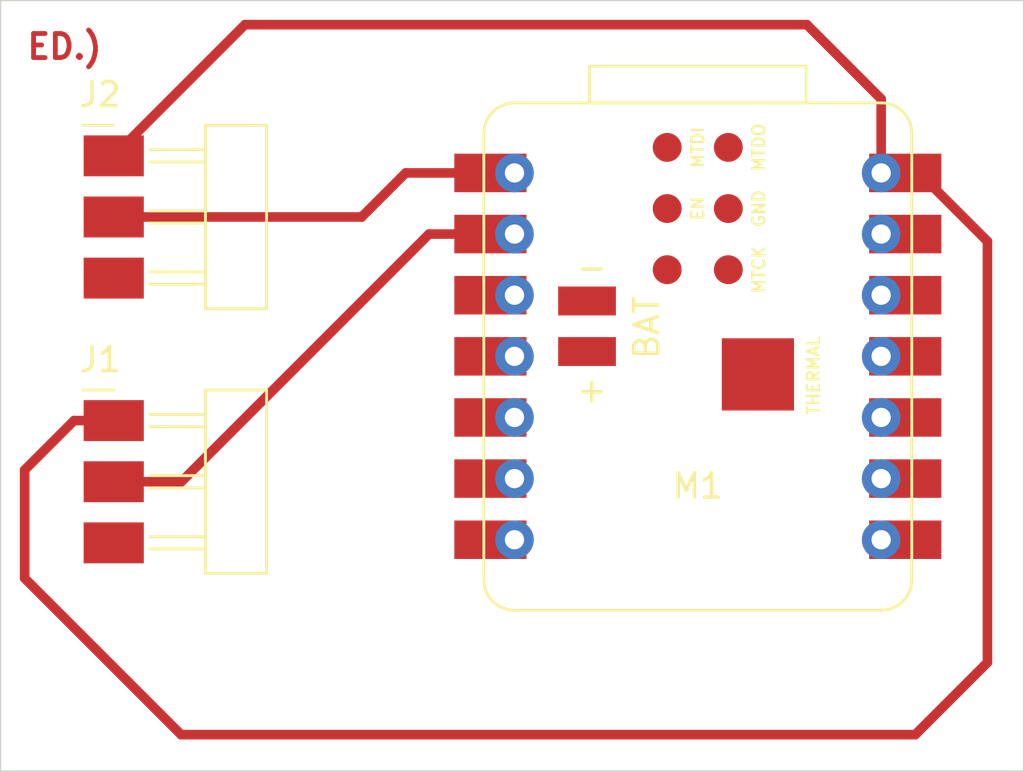
<source format=kicad_pcb>
(kicad_pcb (version 20241229) (generator "pcbnew") (generator_version "9.0")
  (layers (0 "F.Cu" signal) (2 "B.Cu" signal) (13 "F.Paste" user) (15 "B.Paste" user) (5 "F.SilkS" user "F.Silkscreen") (7 "B.SilkS" user "B.Silkscreen") (1 "F.Mask" user) (3 "B.Mask" user) (25 "Edge.Cuts" user))
  (net 0 "")
  (net 1 "GND")
  (net 2 "pwm")
  (net 3 "5V")
  (footprint "fab:PinHeader_01x03_P2.54mm_Horizontal_SMD" (layer "F.Cu") (at 119.2 70.45)
    (property "Reference" "J2" (at -1.524 -2.54 180) (layer "F.SilkS") (effects (justify left)))
    (property "Value" "PinHeader_01x03_P2.54mm_Horizontal_SMD" (hide yes))
    (fp_line (start -1.27 -1.27) (end 0 -1.27) (stroke (width 0.12)) (layer "F.SilkS"))
    (fp_line (start 3.81 -1.27) (end 6.35 -1.27) (stroke (width 0.12)) (layer "F.SilkS"))
    (fp_line (start 3.81 -0.254) (end 1.5 -0.254) (stroke (width 0.12)) (layer "F.SilkS"))
    (fp_line (start 3.81 0.254) (end 1.5 0.254) (stroke (width 0.12)) (layer "F.SilkS"))
    (fp_line (start 3.81 2.286) (end 1.5 2.286) (stroke (width 0.12)) (layer "F.SilkS"))
    (fp_line (start 3.81 2.794) (end 1.5 2.794) (stroke (width 0.12)) (layer "F.SilkS"))
    (fp_line (start 3.81 4.826) (end 1.5 4.826) (stroke (width 0.12)) (layer "F.SilkS"))
    (fp_line (start 3.81 5.334) (end 1.5 5.334) (stroke (width 0.12)) (layer "F.SilkS"))
    (fp_line (start 3.81 6.35) (end 3.81 -1.27) (stroke (width 0.12)) (layer "F.SilkS"))
    (fp_line (start 6.35 -1.27) (end 6.35 6.35) (stroke (width 0.12)) (layer "F.SilkS"))
    (fp_line (start 6.35 6.35) (end 3.81 6.35) (stroke (width 0.12)) (layer "F.SilkS"))
    (pad "1" smd rect (at 0 0) (size 2.5 1.7) (layers "F.Cu" "F.Mask" "F.Paste") (net 3 "5V"))
    (pad "2" smd rect (at 0 2.54) (size 2.5 1.7) (layers "F.Cu" "F.Mask" "F.Paste") (net 2 "pwm"))
    (pad "3" smd rect (at 0 5.08) (size 2.5 1.7) (layers "F.Cu" "F.Mask" "F.Paste") (net 1 "GND"))
  )
  (footprint "fab:SeeedStudio_XIAO_ESP32C3" (layer "F.Cu") (at 143.465 78.78)
    (property "Reference" "M1" (at 0 5.39 0) (layer "F.SilkS"))
    (property "Value" "Module_XIAO-ESP32C3" (hide yes))
    (fp_line (start -8.8875 9.281) (end -8.8875 -9.261) (stroke (width 0.12)) (layer "F.SilkS"))
    (fp_line (start -7.6175 -10.531) (end 7.6225 -10.531) (stroke (width 0.12)) (layer "F.SilkS"))
    (fp_line (start 7.6225 10.551) (end -7.6175 10.551) (stroke (width 0.12)) (layer "F.SilkS"))
    (fp_line (start 8.8925 -9.261) (end 8.8925 9.281) (stroke (width 0.12)) (layer "F.SilkS"))
    (fp_rect (start -4.4975 -10.531) (end 4.5025 -12.055) (stroke (width 0.12)) (fill no) (layer "F.SilkS"))
    (fp_arc (start -8.8875 -9.261) (mid -8.515526 -10.159026) (end -7.6175 -10.531) (stroke (width 0.12)) (layer "F.SilkS"))
    (fp_arc (start -7.6175 10.551) (mid -8.515526 10.179026) (end -8.8875 9.281) (stroke (width 0.12)) (layer "F.SilkS"))
    (fp_arc (start 7.6225 -10.531) (mid 8.520526 -10.159026) (end 8.8925 -9.261) (stroke (width 0.12)) (layer "F.SilkS"))
    (fp_arc (start 8.8925 9.281) (mid 8.520526 10.179026) (end 7.6225 10.551) (stroke (width 0.12)) (layer "F.SilkS"))
    (fp_text user "-" (at -4.4 -3.7 0) (layer "F.SilkS"))
    (fp_text user "+" (at -4.4 1.4 0) (layer "F.SilkS"))
    (fp_text user "GND" (at 2.54 -6.14 90) (layer "F.SilkS") (effects (font (size 0.5 0.5) (thickness 0.1) (bold yes))))
    (fp_text user "BAT" (at -2.7 -1.2 90) (layer "F.SilkS") (effects (justify top)))
    (fp_text user "MTCK" (at 2.54 -3.6 90) (layer "F.SilkS") (effects (font (size 0.5 0.5) (thickness 0.1) (bold yes))))
    (fp_text user "EN" (at 0 -6.14 90) (layer "F.SilkS") (effects (font (size 0.5 0.5) (thickness 0.1) (bold yes))))
    (fp_text user "MTDI" (at 0 -8.68 90) (layer "F.SilkS") (effects (font (size 0.5 0.5) (thickness 0.1) (bold yes))))
    (fp_text user "MTDO" (at 2.54 -8.68 90) (layer "F.SilkS") (effects (font (size 0.5 0.5) (thickness 0.1) (bold yes))))
    (fp_text user "THERMAL" (at 4.8 0.8 90) (layer "F.SilkS") (effects (font (size 0.5 0.5) (thickness 0.1) (bold yes))))
    (pad "1" thru_hole circle (at -7.615 -7.62) (size 1.6 1.6) (drill 0.8) (layers "*.Cu" "*.Mask") (net 2 "pwm"))
    (pad "1" smd rect (at -7.615 -7.62) (size 3 1.6) (drill (offset -1 0)) (layers "F.Cu" "F.Mask" "F.Paste") (net 2 "pwm"))
    (pad "2" thru_hole circle (at -7.615 -5.08) (size 1.6 1.6) (drill 0.8) (layers "*.Cu" "*.Mask") (net 2 "pwm"))
    (pad "2" smd rect (at -7.615 -5.08) (size 3 1.6) (drill (offset -1 0)) (layers "F.Cu" "F.Mask" "F.Paste") (net 2 "pwm"))
    (pad "3" thru_hole circle (at -7.615 -2.54) (size 1.6 1.6) (drill 0.8) (layers "*.Cu" "*.Mask"))
    (pad "3" smd rect (at -7.615 -2.54) (size 3 1.6) (drill (offset -1 0)) (layers "F.Cu" "F.Mask" "F.Paste"))
    (pad "4" thru_hole circle (at -7.615 0) (size 1.6 1.6) (drill 0.8) (layers "*.Cu" "*.Mask"))
    (pad "4" smd rect (at -7.615 0) (size 3 1.6) (drill (offset -1 0)) (layers "F.Cu" "F.Mask" "F.Paste"))
    (pad "5" thru_hole circle (at -7.615 2.54) (size 1.6 1.6) (drill 0.8) (layers "*.Cu" "*.Mask"))
    (pad "5" smd rect (at -7.615 2.54) (size 3 1.6) (drill (offset -1 0)) (layers "F.Cu" "F.Mask" "F.Paste"))
    (pad "6" thru_hole circle (at -7.615 5.08) (size 1.6 1.6) (drill 0.8) (layers "*.Cu" "*.Mask"))
    (pad "6" smd rect (at -7.615 5.08) (size 3 1.6) (drill (offset -1 0)) (layers "F.Cu" "F.Mask" "F.Paste"))
    (pad "7" thru_hole circle (at -7.615 7.62) (size 1.6 1.6) (drill 0.8) (layers "*.Cu" "*.Mask"))
    (pad "7" smd rect (at -7.615 7.62) (size 3 1.6) (drill (offset -1 0)) (layers "F.Cu" "F.Mask" "F.Paste"))
    (pad "8" thru_hole circle (at 7.62 7.62) (size 1.6 1.6) (drill 0.8) (layers "*.Cu" "*.Mask"))
    (pad "8" smd rect (at 7.62 7.62) (size 3 1.6) (drill (offset 1 0)) (layers "F.Cu" "F.Mask" "F.Paste"))
    (pad "9" thru_hole circle (at 7.62 5.08) (size 1.6 1.6) (drill 0.8) (layers "*.Cu" "*.Mask"))
    (pad "9" smd rect (at 7.62 5.08) (size 3 1.6) (drill (offset 1 0)) (layers "F.Cu" "F.Mask" "F.Paste"))
    (pad "10" thru_hole circle (at 7.62 2.54) (size 1.6 1.6) (drill 0.8) (layers "*.Cu" "*.Mask"))
    (pad "10" smd rect (at 7.62 2.54) (size 3 1.6) (drill (offset 1 0)) (layers "F.Cu" "F.Mask" "F.Paste"))
    (pad "11" thru_hole circle (at 7.62 0) (size 1.6 1.6) (drill 0.8) (layers "*.Cu" "*.Mask"))
    (pad "11" smd rect (at 7.62 0) (size 3 1.6) (drill (offset 1 0)) (layers "F.Cu" "F.Mask" "F.Paste"))
    (pad "12" thru_hole circle (at 7.62 -2.54) (size 1.6 1.6) (drill 0.8) (layers "*.Cu" "*.Mask"))
    (pad "12" smd rect (at 7.62 -2.54) (size 3 1.6) (drill (offset 1 0)) (layers "F.Cu" "F.Mask" "F.Paste"))
    (pad "13" thru_hole circle (at 7.62 -5.08) (size 1.6 1.6) (drill 0.8) (layers "*.Cu" "*.Mask") (net 1 "GND"))
    (pad "13" smd rect (at 7.62 -5.08) (size 3 1.6) (drill (offset 1 0)) (layers "F.Cu" "F.Mask" "F.Paste") (net 1 "GND"))
    (pad "14" thru_hole circle (at 7.62 -7.62) (size 1.6 1.6) (drill 0.8) (layers "*.Cu" "*.Mask") (net 3 "5V"))
    (pad "14" smd rect (at 7.62 -7.62) (size 3 1.6) (drill (offset 1 0)) (layers "F.Cu" "F.Mask" "F.Paste") (net 3 "5V"))
    (pad "15" smd rect (at -4.6 -2.3) (size 2.4 1.2) (layers "F.Cu" "F.Mask" "F.Paste"))
    (pad "16" smd rect (at -4.6 -0.2) (size 2.4 1.2) (layers "F.Cu" "F.Mask" "F.Paste"))
    (pad "17" smd circle (at -1.27 -8.68) (size 1.2 1.2) (layers "F.Cu" "F.Mask" "F.Paste"))
    (pad "18" smd circle (at -1.27 -6.14) (size 1.2 1.2) (layers "F.Cu" "F.Mask" "F.Paste"))
    (pad "19" smd circle (at -1.27 -3.6) (size 1.2 1.2) (layers "F.Cu" "F.Mask" "F.Paste"))
    (pad "20" smd circle (at 1.27 -3.6) (size 1.2 1.2) (layers "F.Cu" "F.Mask" "F.Paste"))
    (pad "21" smd circle (at 1.27 -6.14) (size 1.2 1.2) (layers "F.Cu" "F.Mask" "F.Paste"))
    (pad "22" smd circle (at 1.27 -8.68) (size 1.2 1.2) (layers "F.Cu" "F.Mask" "F.Paste"))
    (pad "23" smd rect (at 2.5 0.75) (size 3 3) (layers "F.Cu" "F.Mask" "F.Paste"))
  )
  (footprint "fab:PinHeader_01x03_P2.54mm_Horizontal_SMD" (layer "F.Cu") (at 119.2 81.45)
    (property "Reference" "J1" (at -1.524 -2.54 180) (layer "F.SilkS") (effects (justify left)))
    (property "Value" "PinHeader_01x03_P2.54mm_Horizontal_SMD" (hide yes))
    (fp_line (start -1.27 -1.27) (end 0 -1.27) (stroke (width 0.12)) (layer "F.SilkS"))
    (fp_line (start 3.81 -1.27) (end 6.35 -1.27) (stroke (width 0.12)) (layer "F.SilkS"))
    (fp_line (start 3.81 -0.254) (end 1.5 -0.254) (stroke (width 0.12)) (layer "F.SilkS"))
    (fp_line (start 3.81 0.254) (end 1.5 0.254) (stroke (width 0.12)) (layer "F.SilkS"))
    (fp_line (start 3.81 2.286) (end 1.5 2.286) (stroke (width 0.12)) (layer "F.SilkS"))
    (fp_line (start 3.81 2.794) (end 1.5 2.794) (stroke (width 0.12)) (layer "F.SilkS"))
    (fp_line (start 3.81 4.826) (end 1.5 4.826) (stroke (width 0.12)) (layer "F.SilkS"))
    (fp_line (start 3.81 5.334) (end 1.5 5.334) (stroke (width 0.12)) (layer "F.SilkS"))
    (fp_line (start 3.81 6.35) (end 3.81 -1.27) (stroke (width 0.12)) (layer "F.SilkS"))
    (fp_line (start 6.35 -1.27) (end 6.35 6.35) (stroke (width 0.12)) (layer "F.SilkS"))
    (fp_line (start 6.35 6.35) (end 3.81 6.35) (stroke (width 0.12)) (layer "F.SilkS"))
    (pad "1" smd rect (at 0 0) (size 2.5 1.7) (layers "F.Cu" "F.Mask" "F.Paste") (net 3 "5V"))
    (pad "2" smd rect (at 0 2.54) (size 2.5 1.7) (layers "F.Cu" "F.Mask" "F.Paste") (net 2 "pwm"))
    (pad "3" smd rect (at 0 5.08) (size 2.5 1.7) (layers "F.Cu" "F.Mask" "F.Paste") (net 1 "GND"))
  )
  (gr_rect (start 114.5 64) (end 157 96) (stroke (width 0.05)) (fill no) (layer "Edge.Cuts"))
  (gr_text "ED.)" (at 115.5 66.5 0) (layer "F.Cu") (effects (font (size 1 1) (thickness 0.2) (bold yes)) (justify left bottom)))
  (segment (start 131.33 71.16) (end 129.5 72.99) (width 0.4) (layer "F.Cu") (net 2))
  (segment (start 132.3 73.7) (end 135.85 73.7) (width 0.4) (layer "F.Cu") (net 2))
  (segment (start 135.85 71.16) (end 131.33 71.16) (width 0.4) (layer "F.Cu") (net 2))
  (segment (start 119.2 83.99) (end 122.01 83.99) (width 0.4) (layer "F.Cu") (net 2))
  (segment (start 122.01 83.99) (end 132.3 73.7) (width 0.4) (layer "F.Cu") (net 2))
  (segment (start 129.5 72.99) (end 129.51 72.99) (width 0.4) (layer "F.Cu") (net 2))
  (segment (start 119.2 72.99) (end 129.5 72.99) (width 0.4) (layer "F.Cu") (net 2))
  (segment (start 155.5 91.5) (end 152.5 94.5) (width 0.4) (layer "F.Cu") (net 3))
  (segment (start 124.65 65) (end 119.2 70.45) (width 0.4) (layer "F.Cu") (net 3))
  (segment (start 151.085 71.16) (end 151.085 68.085) (width 0.4) (layer "F.Cu") (net 3))
  (segment (start 152.5 94.5) (end 122 94.5) (width 0.4) (layer "F.Cu") (net 3))
  (segment (start 148 65) (end 124.65 65) (width 0.4) (layer "F.Cu") (net 3))
  (segment (start 151.085 71.16) (end 152.66 71.16) (width 0.4) (layer "F.Cu") (net 3))
  (segment (start 155.5 74) (end 155.5 91.5) (width 0.4) (layer "F.Cu") (net 3))
  (segment (start 115.5 83.5) (end 117.55 81.45) (width 0.4) (layer "F.Cu") (net 3))
  (segment (start 115.5 88) (end 115.5 83.5) (width 0.4) (layer "F.Cu") (net 3))
  (segment (start 122 94.5) (end 115.5 88) (width 0.4) (layer "F.Cu") (net 3))
  (segment (start 152.66 71.16) (end 155.5 74) (width 0.4) (layer "F.Cu") (net 3))
  (segment (start 151.085 68.085) (end 148 65) (width 0.4) (layer "F.Cu") (net 3))
  (segment (start 117.55 81.45) (end 119.2 81.45) (width 0.4) (layer "F.Cu") (net 3))
)
</source>
